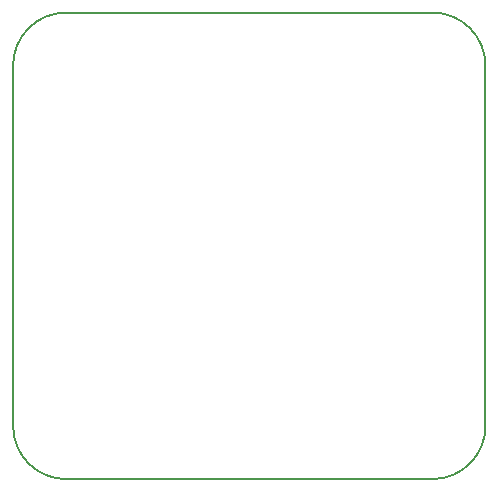
<source format=gbr>
%TF.GenerationSoftware,KiCad,Pcbnew,9.0.7*%
%TF.CreationDate,2026-02-11T19:36:30-08:00*%
%TF.ProjectId,TSSI2026.3,54535349-3230-4323-962e-332e6b696361,rev?*%
%TF.SameCoordinates,Original*%
%TF.FileFunction,Profile,NP*%
%FSLAX46Y46*%
G04 Gerber Fmt 4.6, Leading zero omitted, Abs format (unit mm)*
G04 Created by KiCad (PCBNEW 9.0.7) date 2026-02-11 19:36:30*
%MOMM*%
%LPD*%
G01*
G04 APERTURE LIST*
%TA.AperFunction,Profile*%
%ADD10C,0.200000*%
%TD*%
G04 APERTURE END LIST*
D10*
X44000000Y-93000000D02*
G75*
G02*
X39500000Y-88500000I0J4500000D01*
G01*
X79500000Y-58000000D02*
X79500000Y-88500000D01*
X79500000Y-88500000D02*
G75*
G02*
X75000000Y-93000000I-4500000J0D01*
G01*
X39500000Y-88500000D02*
X39500000Y-58000000D01*
X75000000Y-93000000D02*
X44000000Y-93000000D01*
X44000000Y-53500000D02*
X75000000Y-53500000D01*
X75000000Y-53500000D02*
G75*
G02*
X79500000Y-58000000I0J-4500000D01*
G01*
X39500000Y-58000000D02*
G75*
G02*
X44000000Y-53500000I4500000J0D01*
G01*
M02*

</source>
